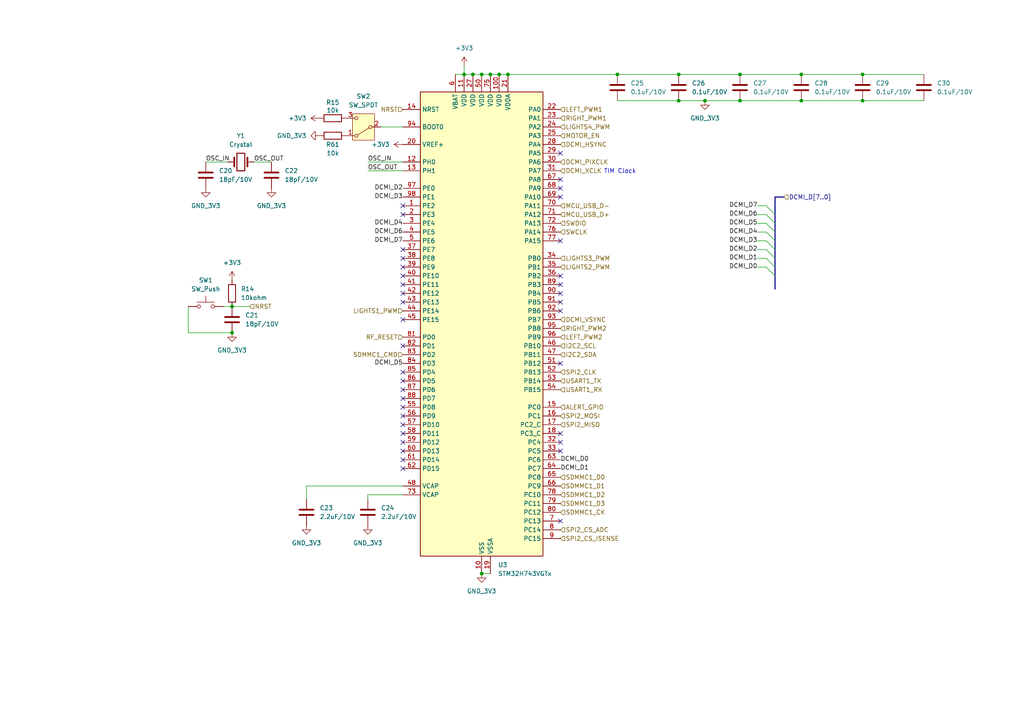
<source format=kicad_sch>
(kicad_sch (version 20231120) (generator "eeschema") (generator_version "8.0")
  (paper "A4")
  (lib_symbols
    (symbol "Device:C" (pin_numbers hide) (pin_names (offset 0.254))
      (property "Reference" "C" (at 0.635 2.54 0))
      (property "Value" "C" (at 0.635 -2.54 0))
      (symbol "C_0_1"
        (polyline (pts (xy -2.032 -0.762) (xy 2.032 -0.762)) (stroke (width 0.508)))
        (polyline (pts (xy -2.032 0.762) (xy 2.032 0.762)) (stroke (width 0.508)))
      )
      (symbol "C_1_1"
        (pin passive line (at 0 3.81 270) (length 2.794) (name "~") (number "1"))
        (pin passive line (at 0 -3.81 90) (length 2.794) (name "~") (number "2"))
      )
    )
    (symbol "Device:Crystal" (pin_numbers hide) (pin_names (offset 1.016) hide)
      (property "Reference" "Y" (at 0 3.81 0))
      (property "Value" "Crystal" (at 0 -3.81 0))
      (symbol "Crystal_0_1"
        (rectangle (start -1.143 2.54) (end 1.143 -2.54) (stroke (width 0.3048)))
        (polyline (pts (xy -2.54 0) (xy -1.905 0)))
        (polyline (pts (xy -1.905 -1.27) (xy -1.905 1.27)) (stroke (width 0.508)))
        (polyline (pts (xy 1.905 -1.27) (xy 1.905 1.27)) (stroke (width 0.508)))
        (polyline (pts (xy 2.54 0) (xy 1.905 0)))
      )
      (symbol "Crystal_1_1"
        (pin passive line (at -3.81 0 0) (length 1.27) (name "1") (number "1"))
        (pin passive line (at 3.81 0 180) (length 1.27) (name "2") (number "2"))
      )
    )
    (symbol "Device:R" (pin_numbers hide) (pin_names (offset 0))
      (property "Reference" "R" (at 2.032 0 90))
      (property "Value" "R" (at 0 0 90))
      (symbol "R_0_1"
        (rectangle (start -1.016 -2.54) (end 1.016 2.54) (stroke (width 0.254)))
      )
      (symbol "R_1_1"
        (pin passive line (at 0 3.81 270) (length 1.27) (name "~") (number "1"))
        (pin passive line (at 0 -3.81 90) (length 1.27) (name "~") (number "2"))
      )
    )
    (symbol "MCU_ST_STM32H7:STM32H743VGTx"
      (property "Reference" "U" (at -17.78 69.85 0))
      (property "Value" "STM32H743VGTx" (at 10.16 69.85 0))
      (symbol "STM32H743VGTx_0_1"
        (rectangle (start -17.78 -66.04) (end 17.78 68.58) (stroke (width 0.254)) (fill (type background)))
      )
      (symbol "STM32H743VGTx_1_1"
        (pin bidirectional line (at -22.86 35.56 0) (length 5.08) (name "PE2") (number "1"))
        (pin power_in line (at 0 -71.12 90) (length 5.08) (name "VSS") (number "10"))
        (pin power_in line (at 5.08 73.66 270) (length 5.08) (name "VDD") (number "100"))
        (pin power_in line (at -5.08 73.66 270) (length 5.08) (name "VDD") (number "11"))
        (pin bidirectional line (at -22.86 48.26 0) (length 5.08) (name "PH0") (number "12"))
        (pin bidirectional line (at -22.86 45.72 0) (length 5.08) (name "PH1") (number "13"))
        (pin input line (at -22.86 63.5 0) (length 5.08) (name "NRST") (number "14"))
        (pin bidirectional line (at 22.86 -22.86 180) (length 5.08) (name "PC0") (number "15"))
        (pin bidirectional line (at 22.86 -25.4 180) (length 5.08) (name "PC1") (number "16"))
        (pin bidirectional line (at 22.86 -27.94 180) (length 5.08) (name "PC2_C") (number "17"))
        (pin bidirectional line (at 22.86 -30.48 180) (length 5.08) (name "PC3_C") (number "18"))
        (pin power_in line (at 2.54 -71.12 90) (length 5.08) (name "VSSA") (number "19"))
        (pin bidirectional line (at -22.86 33.02 0) (length 5.08) (name "PE3") (number "2"))
        (pin input line (at -22.86 53.34 0) (length 5.08) (name "VREF+") (number "20"))
        (pin power_in line (at 7.62 73.66 270) (length 5.08) (name "VDDA") (number "21"))
        (pin bidirectional line (at 22.86 63.5 180) (length 5.08) (name "PA0") (number "22"))
        (pin bidirectional line (at 22.86 60.96 180) (length 5.08) (name "PA1") (number "23"))
        (pin bidirectional line (at 22.86 58.42 180) (length 5.08) (name "PA2") (number "24"))
        (pin bidirectional line (at 22.86 55.88 180) (length 5.08) (name "PA3") (number "25"))
        (pin passive line (at 0 -71.12 90) (length 5.08) hide (name "VSS") (number "26"))
        (pin power_in line (at -2.54 73.66 270) (length 5.08) (name "VDD") (number "27"))
        (pin bidirectional line (at 22.86 53.34 180) (length 5.08) (name "PA4") (number "28"))
        (pin bidirectional line (at 22.86 50.8 180) (length 5.08) (name "PA5") (number "29"))
        (pin bidirectional line (at -22.86 30.48 0) (length 5.08) (name "PE4") (number "3"))
        (pin bidirectional line (at 22.86 48.26 180) (length 5.08) (name "PA6") (number "30"))
        (pin bidirectional line (at 22.86 45.72 180) (length 5.08) (name "PA7") (number "31"))
        (pin bidirectional line (at 22.86 -33.02 180) (length 5.08) (name "PC4") (number "32"))
        (pin bidirectional line (at 22.86 -35.56 180) (length 5.08) (name "PC5") (number "33"))
        (pin bidirectional line (at 22.86 20.32 180) (length 5.08) (name "PB0") (number "34"))
        (pin bidirectional line (at 22.86 17.78 180) (length 5.08) (name "PB1") (number "35"))
        (pin bidirectional line (at 22.86 15.24 180) (length 5.08) (name "PB2") (number "36"))
        (pin bidirectional line (at -22.86 22.86 0) (length 5.08) (name "PE7") (number "37"))
        (pin bidirectional line (at -22.86 20.32 0) (length 5.08) (name "PE8") (number "38"))
        (pin bidirectional line (at -22.86 17.78 0) (length 5.08) (name "PE9") (number "39"))
        (pin bidirectional line (at -22.86 27.94 0) (length 5.08) (name "PE5") (number "4"))
        (pin bidirectional line (at -22.86 15.24 0) (length 5.08) (name "PE10") (number "40"))
        (pin bidirectional line (at -22.86 12.7 0) (length 5.08) (name "PE11") (number "41"))
        (pin bidirectional line (at -22.86 10.16 0) (length 5.08) (name "PE12") (number "42"))
        (pin bidirectional line (at -22.86 7.62 0) (length 5.08) (name "PE13") (number "43"))
        (pin bidirectional line (at -22.86 5.08 0) (length 5.08) (name "PE14") (number "44"))
        (pin bidirectional line (at -22.86 2.54 0) (length 5.08) (name "PE15") (number "45"))
        (pin bidirectional line (at 22.86 -5.08 180) (length 5.08) (name "PB10") (number "46"))
        (pin bidirectional line (at 22.86 -7.62 180) (length 5.08) (name "PB11") (number "47"))
        (pin power_out line (at -22.86 -45.72 0) (length 5.08) (name "VCAP") (number "48"))
        (pin passive line (at 0 -71.12 90) (length 5.08) hide (name "VSS") (number "49"))
        (pin bidirectional line (at -22.86 25.4 0) (length 5.08) (name "PE6") (number "5"))
        (pin power_in line (at 0 73.66 270) (length 5.08) (name "VDD") (number "50"))
        (pin bidirectional line (at 22.86 -10.16 180) (length 5.08) (name "PB12") (number "51"))
        (pin bidirectional line (at 22.86 -12.7 180) (length 5.08) (name "PB13") (number "52"))
        (pin bidirectional line (at 22.86 -15.24 180) (length 5.08) (name "PB14") (number "53"))
        (pin bidirectional line (at 22.86 -17.78 180) (length 5.08) (name "PB15") (number "54"))
        (pin bidirectional line (at -22.86 -22.86 0) (length 5.08) (name "PD8") (number "55"))
        (pin bidirectional line (at -22.86 -25.4 0) (length 5.08) (name "PD9") (number "56"))
        (pin bidirectional line (at -22.86 -27.94 0) (length 5.08) (name "PD10") (number "57"))
        (pin bidirectional line (at -22.86 -30.48 0) (length 5.08) (name "PD11") (number "58"))
        (pin bidirectional line (at -22.86 -33.02 0) (length 5.08) (name "PD12") (number "59"))
        (pin power_in line (at -7.62 73.66 270) (length 5.08) (name "VBAT") (number "6"))
        (pin bidirectional line (at -22.86 -35.56 0) (length 5.08) (name "PD13") (number "60"))
        (pin bidirectional line (at -22.86 -38.1 0) (length 5.08) (name "PD14") (number "61"))
        (pin bidirectional line (at -22.86 -40.64 0) (length 5.08) (name "PD15") (number "62"))
        (pin bidirectional line (at 22.86 -38.1 180) (length 5.08) (name "PC6") (number "63"))
        (pin bidirectional line (at 22.86 -40.64 180) (length 5.08) (name "PC7") (number "64"))
        (pin bidirectional line (at 22.86 -43.18 180) (length 5.08) (name "PC8") (number "65"))
        (pin bidirectional line (at 22.86 -45.72 180) (length 5.08) (name "PC9") (number "66"))
        (pin bidirectional line (at 22.86 43.18 180) (length 5.08) (name "PA8") (number "67"))
        (pin bidirectional line (at 22.86 40.64 180) (length 5.08) (name "PA9") (number "68"))
        (pin bidirectional line (at 22.86 38.1 180) (length 5.08) (name "PA10") (number "69"))
        (pin bidirectional line (at 22.86 -55.88 180) (length 5.08) (name "PC13") (number "7"))
        (pin bidirectional line (at 22.86 35.56 180) (length 5.08) (name "PA11") (number "70"))
        (pin bidirectional line (at 22.86 33.02 180) (length 5.08) (name "PA12") (number "71"))
        (pin bidirectional line (at 22.86 30.48 180) (length 5.08) (name "PA13") (number "72"))
        (pin power_out line (at -22.86 -48.26 0) (length 5.08) (name "VCAP") (number "73"))
        (pin passive line (at 0 -71.12 90) (length 5.08) hide (name "VSS") (number "74"))
        (pin power_in line (at 2.54 73.66 270) (length 5.08) (name "VDD") (number "75"))
        (pin bidirectional line (at 22.86 27.94 180) (length 5.08) (name "PA14") (number "76"))
        (pin bidirectional line (at 22.86 25.4 180) (length 5.08) (name "PA15") (number "77"))
        (pin bidirectional line (at 22.86 -48.26 180) (length 5.08) (name "PC10") (number "78"))
        (pin bidirectional line (at 22.86 -50.8 180) (length 5.08) (name "PC11") (number "79"))
        (pin bidirectional line (at 22.86 -58.42 180) (length 5.08) (name "PC14") (number "8"))
        (pin bidirectional line (at 22.86 -53.34 180) (length 5.08) (name "PC12") (number "80"))
        (pin bidirectional line (at -22.86 -2.54 0) (length 5.08) (name "PD0") (number "81"))
        (pin bidirectional line (at -22.86 -5.08 0) (length 5.08) (name "PD1") (number "82"))
        (pin bidirectional line (at -22.86 -7.62 0) (length 5.08) (name "PD2") (number "83"))
        (pin bidirectional line (at -22.86 -10.16 0) (length 5.08) (name "PD3") (number "84"))
        (pin bidirectional line (at -22.86 -12.7 0) (length 5.08) (name "PD4") (number "85"))
        (pin bidirectional line (at -22.86 -15.24 0) (length 5.08) (name "PD5") (number "86"))
        (pin bidirectional line (at -22.86 -17.78 0) (length 5.08) (name "PD6") (number "87"))
        (pin bidirectional line (at -22.86 -20.32 0) (length 5.08) (name "PD7") (number "88"))
        (pin bidirectional line (at 22.86 12.7 180) (length 5.08) (name "PB3") (number "89"))
        (pin bidirectional line (at 22.86 -60.96 180) (length 5.08) (name "PC15") (number "9"))
        (pin bidirectional line (at 22.86 10.16 180) (length 5.08) (name "PB4") (number "90"))
        (pin bidirectional line (at 22.86 7.62 180) (length 5.08) (name "PB5") (number "91"))
        (pin bidirectional line (at 22.86 5.08 180) (length 5.08) (name "PB6") (number "92"))
        (pin bidirectional line (at 22.86 2.54 180) (length 5.08) (name "PB7") (number "93"))
        (pin input line (at -22.86 58.42 0) (length 5.08) (name "BOOT0") (number "94"))
        (pin bidirectional line (at 22.86 0 180) (length 5.08) (name "PB8") (number "95"))
        (pin bidirectional line (at 22.86 -2.54 180) (length 5.08) (name "PB9") (number "96"))
        (pin bidirectional line (at -22.86 40.64 0) (length 5.08) (name "PE0") (number "97"))
        (pin bidirectional line (at -22.86 38.1 0) (length 5.08) (name "PE1") (number "98"))
        (pin passive line (at 0 -71.12 90) (length 5.08) hide (name "VSS") (number "99"))
      )
    )
    (symbol "Switch:SW_Push" (pin_numbers hide) (pin_names (offset 1.016) hide)
      (property "Reference" "SW" (at 1.27 2.54 0))
      (property "Value" "SW_Push" (at 0 -1.524 0))
      (symbol "SW_Push_0_1"
        (circle (center -2.032 0) (radius 0.508))
        (polyline (pts (xy 0 1.27) (xy 0 3.048)))
        (polyline (pts (xy 2.54 1.27) (xy -2.54 1.27)))
        (circle (center 2.032 0) (radius 0.508))
        (pin passive line (at -5.08 0 0) (length 2.54) (name "1") (number "1"))
        (pin passive line (at 5.08 0 180) (length 2.54) (name "2") (number "2"))
      )
    )
    (symbol "Switch:SW_SPDT" (pin_names (offset 0) hide)
      (property "Reference" "SW" (at 0 5.08 0))
      (property "Value" "SW_SPDT" (at 0 -5.08 0))
      (symbol "SW_SPDT_0_1"
        (circle (center -2.032 0) (radius 0.4572))
        (polyline (pts (xy -1.651 0.254) (xy 1.651 2.286)))
        (circle (center 2.032 -2.54) (radius 0.4572))
        (circle (center 2.032 2.54) (radius 0.4572))
      )
      (symbol "SW_SPDT_1_1"
        (rectangle (start -3.175 3.81) (end 3.175 -3.81) (fill (type background)))
        (pin passive line (at 5.08 2.54 180) (length 2.54) (name "A") (number "1"))
        (pin passive line (at -5.08 0 0) (length 2.54) (name "B") (number "2"))
        (pin passive line (at 5.08 -2.54 180) (length 2.54) (name "C") (number "3"))
      )
    )
    (symbol "power:+3V3" (power) (pin_numbers hide) (pin_names (offset 0) hide)
      (property "Value" "+3V3" (at 0 3.556 0))
      (symbol "+3V3_0_1"
        (polyline (pts (xy -0.762 1.27) (xy 0 2.54)))
        (polyline (pts (xy 0 0) (xy 0 2.54)))
        (polyline (pts (xy 0 2.54) (xy 0.762 1.27)))
      )
      (symbol "+3V3_1_1"
        (pin power_in line (at 0 0 90) (length 0) (name "~") (number "1"))
      )
    )
    (symbol "power:GND" (power) (pin_numbers hide) (pin_names (offset 0) hide)
      (property "Value" "GND" (at 0 -3.81 0))
      (symbol "GND_0_1"
        (polyline (pts (xy 0 0) (xy 0 -1.27) (xy 1.27 -1.27) (xy 0 -2.54) (xy -1.27 -1.27) (xy 0 -1.27)))
      )
      (symbol "GND_1_1"
        (pin power_in line (at 0 0 270) (length 0) (name "~") (number "1"))
      )
    )
  )
  (junction (at 67.31 88.9))
  (junction (at 232.41 29.21))
  (junction (at 142.24 21.59))
  (junction (at 232.41 21.59))
  (junction (at 250.19 29.21))
  (junction (at 214.63 29.21))
  (junction (at 67.31 96.52))
  (junction (at 134.62 21.59))
  (junction (at 144.78 21.59))
  (junction (at 196.85 21.59))
  (junction (at 147.32 21.59))
  (junction (at 196.85 29.21))
  (junction (at 250.19 21.59))
  (junction (at 137.16 21.59))
  (junction (at 139.7 21.59))
  (junction (at 214.63 21.59))
  (junction (at 179.07 21.59))
  (junction (at 204.47 29.21))
  (junction (at 139.7 166.37))
  (no_connect (at 116.84 62.23))
  (no_connect (at 162.56 130.81))
  (no_connect (at 116.84 77.47))
  (no_connect (at 162.56 125.73))
  (no_connect (at 162.56 87.63))
  (no_connect (at 116.84 87.63))
  (no_connect (at 116.84 120.65))
  (no_connect (at 162.56 151.13))
  (no_connect (at 116.84 72.39))
  (no_connect (at 162.56 105.41))
  (no_connect (at 162.56 54.61))
  (no_connect (at 116.84 115.57))
  (no_connect (at 116.84 123.19))
  (no_connect (at 116.84 113.03))
  (no_connect (at 116.84 85.09))
  (no_connect (at 162.56 82.55))
  (no_connect (at 116.84 82.55))
  (no_connect (at 162.56 69.85))
  (no_connect (at 116.84 128.27))
  (no_connect (at 116.84 80.01))
  (no_connect (at 116.84 110.49))
  (no_connect (at 116.84 59.69))
  (no_connect (at 116.84 125.73))
  (no_connect (at 162.56 57.15))
  (no_connect (at 162.56 52.07))
  (no_connect (at 116.84 74.93))
  (no_connect (at 116.84 118.11))
  (no_connect (at 162.56 90.17))
  (no_connect (at 162.56 85.09))
  (no_connect (at 162.56 80.01))
  (no_connect (at 116.84 100.33))
  (no_connect (at 162.56 128.27))
  (no_connect (at 116.84 92.71))
  (no_connect (at 116.84 130.81))
  (no_connect (at 116.84 107.95))
  (no_connect (at 116.84 133.35))
  (no_connect (at 162.56 44.45))
  (no_connect (at 116.84 135.89))
  (bus_entry (at 224.79 74.93) (size -2.54 -2.54))
  (bus_entry (at 224.79 67.31) (size -2.54 -2.54))
  (bus_entry (at 224.79 80.01) (size -2.54 -2.54))
  (bus_entry (at 224.79 64.77) (size -2.54 -2.54))
  (bus_entry (at 224.79 69.85) (size -2.54 -2.54))
  (bus_entry (at 224.79 72.39) (size -2.54 -2.54))
  (bus_entry (at 224.79 62.23) (size -2.54 -2.54))
  (bus_entry (at 224.79 77.47) (size -2.54 -2.54))
  (wire (pts (xy 88.9 140.97) (xy 116.84 140.97)))
  (wire (pts (xy 110.49 36.83) (xy 116.84 36.83)))
  (wire (pts (xy 142.24 21.59) (xy 144.78 21.59)))
  (wire (pts (xy 54.61 96.52) (xy 67.31 96.52)))
  (wire (pts (xy 106.68 46.99) (xy 116.84 46.99)))
  (wire (pts (xy 88.9 144.78) (xy 88.9 140.97)))
  (wire (pts (xy 204.47 29.21) (xy 214.63 29.21)))
  (wire (pts (xy 106.68 49.53) (xy 116.84 49.53)))
  (wire (pts (xy 196.85 21.59) (xy 214.63 21.59)))
  (bus (pts (xy 224.79 57.15) (xy 224.79 62.23)))
  (wire (pts (xy 134.62 19.05) (xy 134.62 21.59)))
  (wire (pts (xy 250.19 29.21) (xy 267.97 29.21)))
  (wire (pts (xy 219.71 74.93) (xy 222.25 74.93)))
  (wire (pts (xy 106.68 143.51) (xy 116.84 143.51)))
  (wire (pts (xy 250.19 21.59) (xy 267.97 21.59)))
  (wire (pts (xy 139.7 166.37) (xy 142.24 166.37)))
  (wire (pts (xy 219.71 67.31) (xy 222.25 67.31)))
  (bus (pts (xy 224.79 77.47) (xy 224.79 80.01)))
  (wire (pts (xy 219.71 72.39) (xy 222.25 72.39)))
  (wire (pts (xy 179.07 21.59) (xy 196.85 21.59)))
  (wire (pts (xy 232.41 29.21) (xy 250.19 29.21)))
  (wire (pts (xy 59.69 46.99) (xy 66.04 46.99)))
  (bus (pts (xy 224.79 64.77) (xy 224.79 67.31)))
  (wire (pts (xy 144.78 21.59) (xy 147.32 21.59)))
  (bus (pts (xy 224.79 72.39) (xy 224.79 74.93)))
  (wire (pts (xy 54.61 88.9) (xy 54.61 96.52)))
  (wire (pts (xy 179.07 29.21) (xy 196.85 29.21)))
  (wire (pts (xy 106.68 143.51) (xy 106.68 144.78)))
  (wire (pts (xy 72.39 88.9) (xy 67.31 88.9)))
  (wire (pts (xy 219.71 77.47) (xy 222.25 77.47)))
  (bus (pts (xy 224.79 74.93) (xy 224.79 77.47)))
  (wire (pts (xy 132.08 21.59) (xy 134.62 21.59)))
  (bus (pts (xy 224.79 80.01) (xy 224.79 83.82)))
  (bus (pts (xy 224.79 57.15) (xy 227.33 57.15)))
  (wire (pts (xy 219.71 62.23) (xy 222.25 62.23)))
  (wire (pts (xy 73.66 46.99) (xy 78.74 46.99)))
  (wire (pts (xy 137.16 21.59) (xy 139.7 21.59)))
  (wire (pts (xy 219.71 64.77) (xy 222.25 64.77)))
  (bus (pts (xy 224.79 67.31) (xy 224.79 69.85)))
  (wire (pts (xy 147.32 21.59) (xy 179.07 21.59)))
  (wire (pts (xy 196.85 29.21) (xy 204.47 29.21)))
  (wire (pts (xy 139.7 21.59) (xy 142.24 21.59)))
  (wire (pts (xy 134.62 21.59) (xy 137.16 21.59)))
  (bus (pts (xy 224.79 69.85) (xy 224.79 72.39)))
  (wire (pts (xy 214.63 21.59) (xy 232.41 21.59)))
  (wire (pts (xy 232.41 21.59) (xy 250.19 21.59)))
  (wire (pts (xy 219.71 59.69) (xy 222.25 59.69)))
  (bus (pts (xy 224.79 62.23) (xy 224.79 64.77)))
  (wire (pts (xy 219.71 69.85) (xy 222.25 69.85)))
  (wire (pts (xy 67.31 88.9) (xy 64.77 88.9)))
  (wire (pts (xy 214.63 29.21) (xy 232.41 29.21)))
  (text "TIM Clock" (at 179.832 49.784 0) (effects (font (size 1.27 1.27))))
  (label "DCMI_D3" (at 116.84 57.15 180))
  (label "DCMI_D5" (at 219.71 64.77 180))
  (label "DCMI_D0" (at 219.71 77.47 180))
  (label "DCMI_D1" (at 162.56 135.89 0))
  (label "DCMI_D3" (at 219.71 69.85 180))
  (label "DCMI_D7" (at 116.84 69.85 180))
  (label "DCMI_D4" (at 219.71 67.31 180))
  (label "OSC_OUT" (at 73.66 46.99 0))
  (label "DCMI_D7" (at 219.71 59.69 180))
  (label "DCMI_D6" (at 116.84 67.31 180))
  (label "DCMI_D1" (at 219.71 74.93 180))
  (label "DCMI_D2" (at 219.71 72.39 180))
  (label "OSC_OUT" (at 106.68 49.53 0))
  (label "DCMI_D6" (at 219.71 62.23 180))
  (label "OSC_IN" (at 59.69 46.99 0))
  (label "DCMI_D5" (at 116.84 105.41 180))
  (label "DCMI_D4" (at 116.84 64.77 180))
  (label "DCMI_D0" (at 162.56 133.35 0))
  (label "DCMI_D2" (at 116.84 54.61 180))
  (label "OSC_IN" (at 106.68 46.99 0))
  (hierarchical_label "NRST" (shape input) (at 72.39 88.9 0))
  (hierarchical_label "SDMMC1_CMD" (shape input) (at 116.84 102.87 180))
  (hierarchical_label "DCMI_XCLK" (shape input) (at 162.56 49.53 0))
  (hierarchical_label "MCU_USB_D+" (shape input) (at 162.56 62.23 0))
  (hierarchical_label "DCMI_D[7..0]" (shape input) (at 227.33 57.15 0))
  (hierarchical_label "USART1_TX" (shape input) (at 162.56 110.49 0))
  (hierarchical_label "DCMI_HSYNC" (shape input) (at 162.56 41.91 0))
  (hierarchical_label "RIGHT_PWM2" (shape input) (at 162.56 95.25 0))
  (hierarchical_label "ALERT_GPIO" (shape input) (at 162.56 118.11 0))
  (hierarchical_label "LEFT_PWM2" (shape input) (at 162.56 97.79 0))
  (hierarchical_label "RF_RESET" (shape input) (at 116.84 97.79 180))
  (hierarchical_label "SWDIO" (shape input) (at 162.56 64.77 0))
  (hierarchical_label "LIGHTS3_PWM" (shape input) (at 162.56 74.93 0))
  (hierarchical_label "SPI2_CLK" (shape input) (at 162.56 107.95 0))
  (hierarchical_label "SDMMC1_D0" (shape input) (at 162.56 138.43 0))
  (hierarchical_label "SPI2_CS_ISENSE" (shape input) (at 162.56 156.21 0))
  (hierarchical_label "SDMMC1_D1" (shape input) (at 162.56 140.97 0))
  (hierarchical_label "DCMI_PIXCLK" (shape input) (at 162.56 46.99 0))
  (hierarchical_label "I2C2_SDA" (shape input) (at 162.56 102.87 0))
  (hierarchical_label "SPI2_MOSI" (shape input) (at 162.56 120.65 0))
  (hierarchical_label "LEFT_PWM1" (shape input) (at 162.56 31.75 0))
  (hierarchical_label "SPI2_CS_ADC" (shape input) (at 162.56 153.67 0))
  (hierarchical_label "SWCLK" (shape input) (at 162.56 67.31 0))
  (hierarchical_label "LIGHTS2_PWM" (shape input) (at 162.56 77.47 0))
  (hierarchical_label "MCU_USB_D-" (shape input) (at 162.56 59.69 0))
  (hierarchical_label "DCMI_VSYNC" (shape input) (at 162.56 92.71 0))
  (hierarchical_label "LIGHTS4_PWM" (shape input) (at 162.56 36.83 0))
  (hierarchical_label "RIGHT_PWM1" (shape input) (at 162.56 34.29 0))
  (hierarchical_label "LIGHTS1_PWM" (shape input) (at 116.84 90.17 180))
  (hierarchical_label "SDMMC1_D3" (shape input) (at 162.56 146.05 0))
  (hierarchical_label "MOTOR_EN" (shape input) (at 162.56 39.37 0))
  (hierarchical_label "SDMMC1_D2" (shape input) (at 162.56 143.51 0))
  (hierarchical_label "NRST" (shape input) (at 116.84 31.75 180))
  (hierarchical_label "SPI2_MISO" (shape input) (at 162.56 123.19 0))
  (hierarchical_label "SDMMC1_CK" (shape input) (at 162.56 148.59 0))
  (hierarchical_label "USART1_RX" (shape input) (at 162.56 113.03 0))
  (hierarchical_label "I2C2_SCL" (shape input) (at 162.56 100.33 0))
  (symbol (lib_id "power:+3V3") (at 134.62 19.05 0) (unit 1)
    (property "Reference" "#PWR054" (effects (hide yes)))
    (property "Value" "+3V3" (at 134.62 13.97 0))
    (property "Description" "Power symbol creates a global label with name \"+3V3\"" (effects (hide yes)))
  )
  (symbol (lib_id "Device:C") (at 232.41 25.4 0) (unit 1)
    (property "Reference" "C28" (at 236.22 24.1299 0) (effects (justify left)))
    (property "Value" "0.1uF/10V" (at 236.22 26.6699 0) (effects (justify left)))
    (property "Footprint" "Capacitor_SMD:C_0603_1608Metric" (effects (hide yes)))
    (property "Description" "Unpolarized capacitor" (effects (hide yes)))
    (property "MANUF_PN" "C0603C104K5RAC7411" (effects (hide yes)))
  )
  (symbol (lib_id "power:GND") (at 59.69 54.61 0) (unit 1)
    (property "Reference" "#PWR046" (effects (hide yes)))
    (property "Value" "GND_3V3" (at 59.69 59.69 0))
    (property "Description" "Power symbol creates a global label with name \"GND\" , ground" (effects (hide yes)))
  )
  (symbol (lib_id "power:+3V3") (at 92.71 34.29 90) (unit 1)
    (property "Reference" "#PWR051" (effects (hide yes)))
    (property "Value" "+3V3" (at 88.9 34.2899 90) (effects (justify left)))
    (property "Description" "Power symbol creates a global label with name \"+3V3\"" (effects (hide yes)))
  )
  (symbol (lib_id "Device:C") (at 179.07 25.4 0) (unit 1)
    (property "Reference" "C25" (at 182.88 24.1299 0) (effects (justify left)))
    (property "Value" "0.1uF/10V" (at 182.88 26.6699 0) (effects (justify left)))
    (property "Footprint" "Capacitor_SMD:C_0603_1608Metric" (effects (hide yes)))
    (property "Description" "Unpolarized capacitor" (effects (hide yes)))
    (property "MANUF_PN" "C0603C104K5RAC7411" (effects (hide yes)))
  )
  (symbol (lib_id "power:+3V3") (at 67.31 81.28 0) (unit 1)
    (property "Reference" "#PWR047" (effects (hide yes)))
    (property "Value" "+3V3" (at 67.31 76.2 0))
    (property "Description" "Power symbol creates a global label with name \"+3V3\"" (effects (hide yes)))
  )
  (symbol (lib_id "Device:C") (at 196.85 25.4 0) (unit 1)
    (property "Reference" "C26" (at 200.66 24.1299 0) (effects (justify left)))
    (property "Value" "0.1uF/10V" (at 200.66 26.6699 0) (effects (justify left)))
    (property "Footprint" "Capacitor_SMD:C_0603_1608Metric" (effects (hide yes)))
    (property "Description" "Unpolarized capacitor" (effects (hide yes)))
    (property "MANUF_PN" "C0603C104K5RAC7411" (effects (hide yes)))
  )
  (symbol (lib_id "power:GND") (at 78.74 54.61 0) (unit 1)
    (property "Reference" "#PWR049" (effects (hide yes)))
    (property "Value" "GND_3V3" (at 78.74 59.69 0))
    (property "Description" "Power symbol creates a global label with name \"GND\" , ground" (effects (hide yes)))
  )
  (symbol (lib_id "power:GND") (at 139.7 166.37 0) (unit 1)
    (property "Reference" "#PWR055" (effects (hide yes)))
    (property "Value" "GND_3V3" (at 139.7 171.45 0))
    (property "Description" "Power symbol creates a global label with name \"GND\" , ground" (effects (hide yes)))
  )
  (symbol (lib_id "Device:C") (at 214.63 25.4 0) (unit 1)
    (property "Reference" "C27" (at 218.44 24.1299 0) (effects (justify left)))
    (property "Value" "0.1uF/10V" (at 218.44 26.6699 0) (effects (justify left)))
    (property "Footprint" "Capacitor_SMD:C_0603_1608Metric" (effects (hide yes)))
    (property "Description" "Unpolarized capacitor" (effects (hide yes)))
    (property "MANUF_PN" "C0603C104K5RAC7411" (effects (hide yes)))
  )
  (symbol (lib_id "MCU_ST_STM32H7:STM32H743VGTx") (at 139.7 95.25 0) (unit 1)
    (property "Reference" "U3" (at 144.4341 163.83 0) (effects (justify left)))
    (property "Value" "STM32H743VGTx" (at 144.4341 166.37 0) (effects (justify left)))
    (property "Footprint" "Package_QFP:LQFP-100_14x14mm_P0.5mm" (effects (hide yes)))
    (property "Datasheet" "https://www.st.com/resource/en/datasheet/stm32h743vg.pdf" (effects (hide yes)))
    (property "Description" "STMicroelectronics Arm Cortex-M7 MCU, 1024KB flash, 1024KB RAM, 480 MHz, 1.71-3.6V, 82 GPIO, LQFP100" (effects (hide yes)))
    (property "MANUF_PN" "STM32H743VGT6" (effects (hide yes)))
  )
  (symbol (lib_id "Device:C") (at 106.68 148.59 0) (unit 1)
    (property "Reference" "C24" (at 110.49 147.3199 0) (effects (justify left)))
    (property "Value" "2.2uF/10V" (at 110.49 149.8599 0) (effects (justify left)))
    (property "Footprint" "Capacitor_SMD:C_0603_1608Metric" (effects (hide yes)))
    (property "Description" "Unpolarized capacitor" (effects (hide yes)))
    (property "MANUF_PN" "C0603C225K4PACTU" (effects (hide yes)))
  )
  (symbol (lib_id "Device:R") (at 67.31 85.09 0) (unit 1)
    (property "Reference" "R14" (at 69.85 83.8199 0) (effects (justify left)))
    (property "Value" "10kohm" (at 69.85 86.3599 0) (effects (justify left)))
    (property "Footprint" "Resistor_SMD:R_0603_1608Metric" (effects (hide yes)))
    (property "Description" "Resistor" (effects (hide yes)))
  )
  (symbol (lib_id "power:GND") (at 92.71 39.37 270) (unit 1)
    (property "Reference" "#PWR0141" (effects (hide yes)))
    (property "Value" "GND_3V3" (at 88.9 39.3699 90) (effects (justify right)))
    (property "Description" "Power symbol creates a global label with name \"GND\" , ground" (effects (hide yes)))
  )
  (symbol (lib_id "power:GND") (at 204.47 29.21 0) (unit 1)
    (property "Reference" "#PWR056" (effects (hide yes)))
    (property "Value" "GND_3V3" (at 204.47 34.29 0))
    (property "Description" "Power symbol creates a global label with name \"GND\" , ground" (effects (hide yes)))
  )
  (symbol (lib_id "power:+3V3") (at 116.84 41.91 90) (unit 1)
    (property "Reference" "#PWR053" (effects (hide yes)))
    (property "Value" "+3V3" (at 113.03 41.9099 90) (effects (justify left)))
    (property "Description" "Power symbol creates a global label with name \"+3V3\"" (effects (hide yes)))
  )
  (symbol (lib_id "Switch:SW_SPDT") (at 105.41 36.83 180) (unit 1)
    (property "Reference" "SW2" (at 105.41 27.94 0))
    (property "Value" "SW_SPDT" (at 105.41 30.48 0))
    (property "Footprint" "Connector_PinHeader_2.54mm:PinHeader_1x03_P2.54mm_Vertical" (effects (hide yes)))
    (property "Description" "Switch, single pole double throw" (effects (hide yes)))
  )
  (symbol (lib_id "Device:R") (at 96.52 39.37 270) (unit 1)
    (property "Reference" "R61" (at 96.52 41.91 90))
    (property "Value" "10k" (at 96.52 44.45 90))
    (property "Footprint" "Capacitor_SMD:C_0603_1608Metric" (effects (hide yes)))
    (property "Description" "Resistor" (effects (hide yes)))
  )
  (symbol (lib_id "Device:C") (at 88.9 148.59 0) (unit 1)
    (property "Reference" "C23" (at 92.71 147.3199 0) (effects (justify left)))
    (property "Value" "2.2uF/10V" (at 92.71 149.8599 0) (effects (justify left)))
    (property "Footprint" "Capacitor_SMD:C_0603_1608Metric" (effects (hide yes)))
    (property "Description" "Unpolarized capacitor" (effects (hide yes)))
    (property "MANUF_PN" "C0603C225K4PACTU" (effects (hide yes)))
  )
  (symbol (lib_id "power:GND") (at 106.68 152.4 0) (unit 1)
    (property "Reference" "#PWR052" (effects (hide yes)))
    (property "Value" "GND_3V3" (at 106.68 157.48 0))
    (property "Description" "Power symbol creates a global label with name \"GND\" , ground" (effects (hide yes)))
  )
  (symbol (lib_id "Device:C") (at 78.74 50.8 0) (unit 1)
    (property "Reference" "C22" (at 82.55 49.5299 0) (effects (justify left)))
    (property "Value" "18pF/10V" (at 82.55 52.0699 0) (effects (justify left)))
    (property "Footprint" "Capacitor_SMD:C_0603_1608Metric" (effects (hide yes)))
    (property "Description" "Unpolarized capacitor" (effects (hide yes)))
    (property "MANUF_PN" "C0603C180J5GACTU" (effects (hide yes)))
  )
  (symbol (lib_id "Device:C") (at 59.69 50.8 0) (unit 1)
    (property "Reference" "C20" (at 63.5 49.5299 0) (effects (justify left)))
    (property "Value" "18pF/10V" (at 63.5 52.0699 0) (effects (justify left)))
    (property "Footprint" "Capacitor_SMD:C_0603_1608Metric" (effects (hide yes)))
    (property "Description" "Unpolarized capacitor" (effects (hide yes)))
    (property "MANUF_PN" "C0603C180J5GACTU" (effects (hide yes)))
  )
  (symbol (lib_id "Device:Crystal") (at 69.85 46.99 180) (unit 1)
    (property "Reference" "Y1" (at 69.85 39.37 0))
    (property "Value" "Crystal" (at 69.85 41.91 0))
    (property "Footprint" "Crystal:Crystal_SMD_Abracon_ABM3-2Pin_5.0x3.2mm" (effects (hide yes)))
    (property "Datasheet" "https://abracon.com/Resonators/ABM7.pdf" (effects (hide yes)))
    (property "Description" "Two pin crystal (ABM7-25.000MHZ-D2Y-T)" (effects (hide yes)))
  )
  (symbol (lib_id "power:GND") (at 88.9 152.4 0) (unit 1)
    (property "Reference" "#PWR050" (effects (hide yes)))
    (property "Value" "GND_3V3" (at 88.9 157.48 0))
    (property "Description" "Power symbol creates a global label with name \"GND\" , ground" (effects (hide yes)))
  )
  (symbol (lib_id "Device:C") (at 67.31 92.71 0) (unit 1)
    (property "Reference" "C21" (at 71.12 91.4399 0) (effects (justify left)))
    (property "Value" "18pF/10V" (at 71.12 93.9799 0) (effects (justify left)))
    (property "Footprint" "Capacitor_SMD:C_0603_1608Metric" (effects (hide yes)))
    (property "Description" "Unpolarized capacitor" (effects (hide yes)))
    (property "MANUF_PN" "C0603C180J5GACTU" (effects (hide yes)))
  )
  (symbol (lib_id "Device:C") (at 250.19 25.4 0) (unit 1)
    (property "Reference" "C29" (at 254 24.1299 0) (effects (justify left)))
    (property "Value" "0.1uF/10V" (at 254 26.6699 0) (effects (justify left)))
    (property "Footprint" "Capacitor_SMD:C_0603_1608Metric" (effects (hide yes)))
    (property "Description" "Unpolarized capacitor" (effects (hide yes)))
    (property "MANUF_PN" "C0603C104K5RAC7411" (effects (hide yes)))
  )
  (symbol (lib_id "Switch:SW_Push") (at 59.69 88.9 0) (unit 1)
    (property "Reference" "SW1" (at 59.69 81.28 0))
    (property "Value" "SW_Push" (at 59.69 83.82 0))
    (property "Footprint" "Button_Switch_THT:SW_PUSH_6mm" (effects (hide yes)))
    (property "Description" "Push button switch, generic, two pins" (effects (hide yes)))
  )
  (symbol (lib_id "Device:C") (at 267.97 25.4 0) (unit 1)
    (property "Reference" "C30" (at 271.78 24.1299 0) (effects (justify left)))
    (property "Value" "0.1uF/10V" (at 271.78 26.6699 0) (effects (justify left)))
    (property "Footprint" "Capacitor_SMD:C_0603_1608Metric" (effects (hide yes)))
    (property "Description" "Unpolarized capacitor" (effects (hide yes)))
    (property "MANUF_PN" "C0603C104K5RAC7411" (effects (hide yes)))
  )
  (symbol (lib_id "Device:R") (at 96.52 34.29 270) (unit 1)
    (property "Reference" "R15" (at 96.52 29.718 90))
    (property "Value" "10k" (at 96.52 32.004 90))
    (property "Footprint" "Capacitor_SMD:C_0603_1608Metric" (effects (hide yes)))
    (property "Description" "Resistor" (effects (hide yes)))
  )
  (symbol (lib_id "power:GND") (at 67.31 96.52 0) (unit 1)
    (property "Reference" "#PWR048" (effects (hide yes)))
    (property "Value" "GND_3V3" (at 67.31 101.6 0))
    (property "Description" "Power symbol creates a global label with name \"GND\" , ground" (effects (hide yes)))
  )
)
</source>
